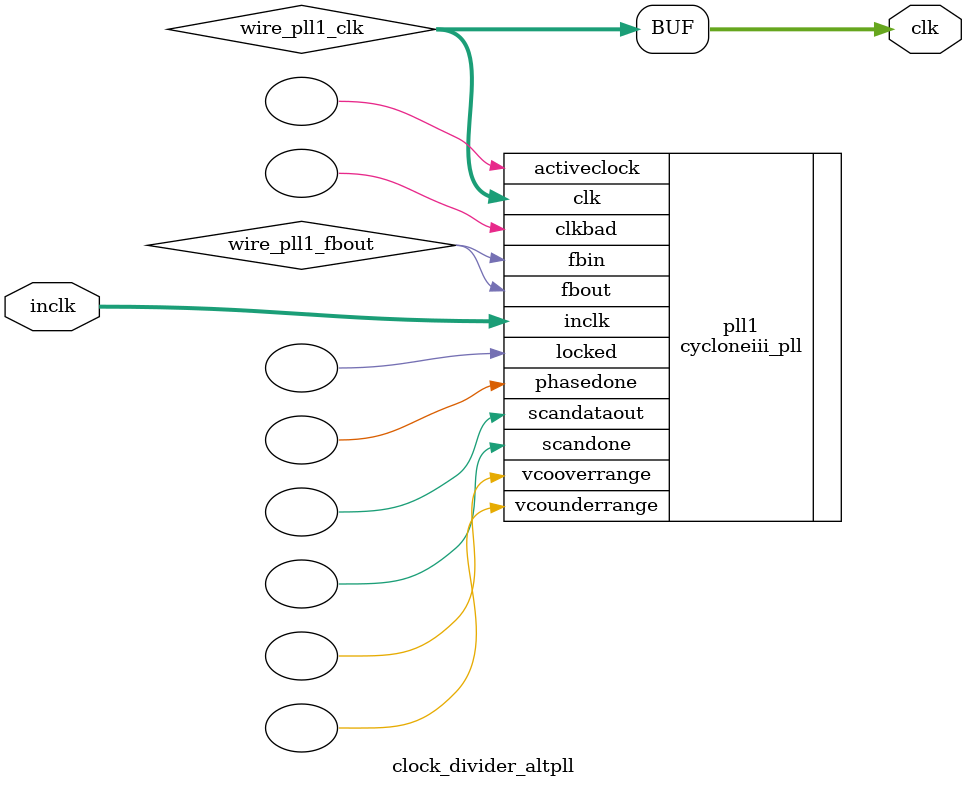
<source format=v>






//synthesis_resources = cycloneiii_pll 1 
//synopsys translate_off
`timescale 1 ps / 1 ps
//synopsys translate_on
module  clock_divider_altpll
	( 
	clk,
	inclk) /* synthesis synthesis_clearbox=1 */;
	output   [4:0]  clk;
	input   [1:0]  inclk;
`ifndef ALTERA_RESERVED_QIS
// synopsys translate_off
`endif
	tri0   [1:0]  inclk;
`ifndef ALTERA_RESERVED_QIS
// synopsys translate_on
`endif

	wire  [4:0]   wire_pll1_clk;
	wire  wire_pll1_fbout;

	cycloneiii_pll   pll1
	( 
	.activeclock(),
	.clk(wire_pll1_clk),
	.clkbad(),
	.fbin(wire_pll1_fbout),
	.fbout(wire_pll1_fbout),
	.inclk(inclk),
	.locked(),
	.phasedone(),
	.scandataout(),
	.scandone(),
	.vcooverrange(),
	.vcounderrange()
	`ifndef FORMAL_VERIFICATION
	// synopsys translate_off
	`endif
	,
	.areset(1'b0),
	.clkswitch(1'b0),
	.configupdate(1'b0),
	.pfdena(1'b1),
	.phasecounterselect({3{1'b0}}),
	.phasestep(1'b0),
	.phaseupdown(1'b0),
	.scanclk(1'b0),
	.scanclkena(1'b1),
	.scandata(1'b0)
	`ifndef FORMAL_VERIFICATION
	// synopsys translate_on
	`endif
	);
	defparam
		pll1.bandwidth_type = "auto",
		pll1.clk0_divide_by = 2,
		pll1.clk0_duty_cycle = 50,
		pll1.clk0_multiply_by = 1,
		pll1.clk0_phase_shift = "0",
		pll1.compensate_clock = "clk0",
		pll1.inclk0_input_frequency = 20000,
		pll1.operation_mode = "normal",
		pll1.pll_type = "auto",
		pll1.lpm_type = "cycloneiii_pll";
	assign
		clk = {wire_pll1_clk[4:0]};
endmodule //clock_divider_altpll
//VALID FILE

</source>
